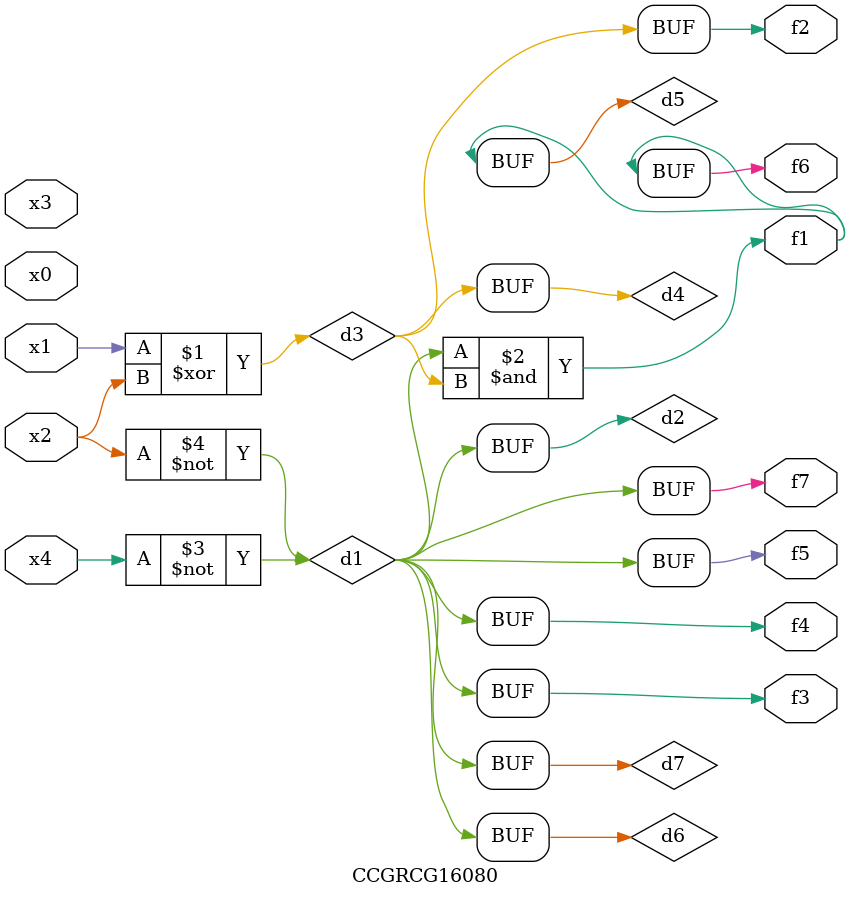
<source format=v>
module CCGRCG16080(
	input x0, x1, x2, x3, x4,
	output f1, f2, f3, f4, f5, f6, f7
);

	wire d1, d2, d3, d4, d5, d6, d7;

	not (d1, x4);
	not (d2, x2);
	xor (d3, x1, x2);
	buf (d4, d3);
	and (d5, d1, d3);
	buf (d6, d1, d2);
	buf (d7, d2);
	assign f1 = d5;
	assign f2 = d4;
	assign f3 = d7;
	assign f4 = d7;
	assign f5 = d7;
	assign f6 = d5;
	assign f7 = d7;
endmodule

</source>
